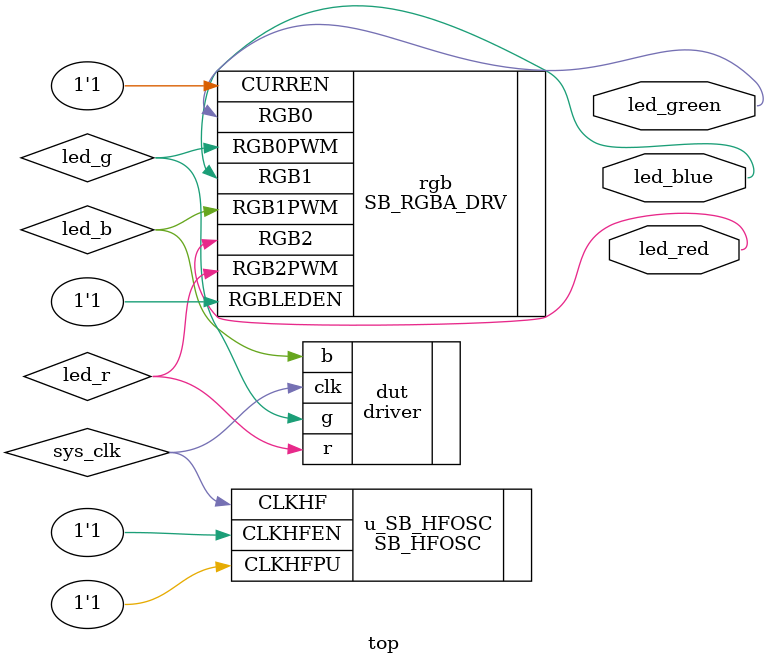
<source format=sv>
module top (
	output logic led_red, led_green, led_blue
);

	logic sys_clk;
	SB_HFOSC u_SB_HFOSC (.CLKHFPU(1'b1), .CLKHFEN(1'b1), .CLKHF(sys_clk));

	logic led_r, led_g, led_b;

	driver dut (.clk(sys_clk), .r(led_r), .g(led_g), .b(led_b));

	SB_RGBA_DRV rgb (
		.RGBLEDEN (1'b1),
		.RGB0PWM  (led_g),
		.RGB1PWM  (led_b),
		.RGB2PWM  (led_r),
		.CURREN   (1'b1),
		.RGB0     (led_green),
		.RGB1     (led_blue),
		.RGB2     (led_red)
	);
	defparam rgb.CURRENT_MODE = "0b1";
	defparam rgb.RGB0_CURRENT = "0b000001";
	defparam rgb.RGB1_CURRENT = "0b000001";
	defparam rgb.RGB2_CURRENT = "0b000001";

endmodule

</source>
